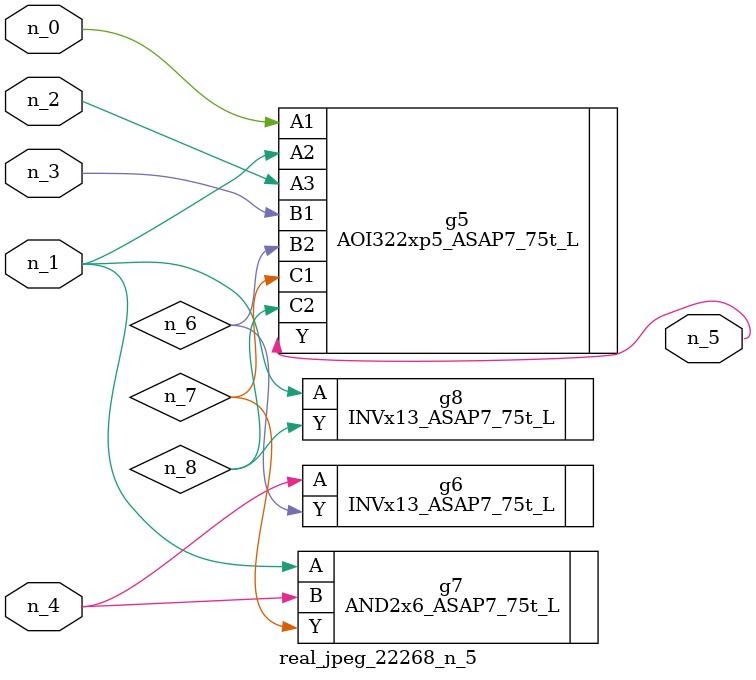
<source format=v>
module real_jpeg_22268_n_5 (n_4, n_0, n_1, n_2, n_3, n_5);

input n_4;
input n_0;
input n_1;
input n_2;
input n_3;

output n_5;

wire n_8;
wire n_6;
wire n_7;

AOI322xp5_ASAP7_75t_L g5 ( 
.A1(n_0),
.A2(n_1),
.A3(n_2),
.B1(n_3),
.B2(n_6),
.C1(n_7),
.C2(n_8),
.Y(n_5)
);

AND2x6_ASAP7_75t_L g7 ( 
.A(n_1),
.B(n_4),
.Y(n_7)
);

INVx13_ASAP7_75t_L g8 ( 
.A(n_1),
.Y(n_8)
);

INVx13_ASAP7_75t_L g6 ( 
.A(n_4),
.Y(n_6)
);


endmodule
</source>
